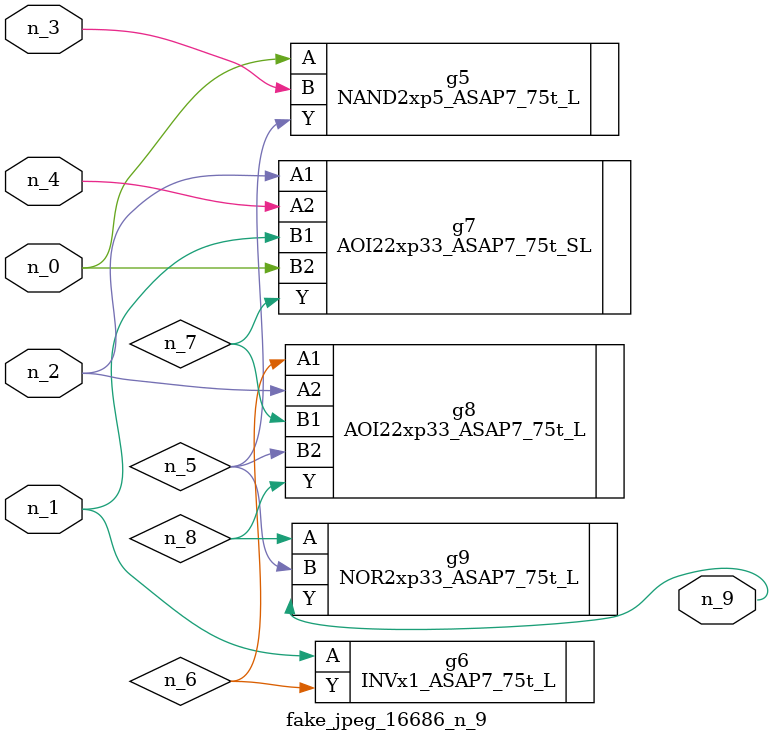
<source format=v>
module fake_jpeg_16686_n_9 (n_3, n_2, n_1, n_0, n_4, n_9);

input n_3;
input n_2;
input n_1;
input n_0;
input n_4;

output n_9;

wire n_8;
wire n_6;
wire n_5;
wire n_7;

NAND2xp5_ASAP7_75t_L g5 ( 
.A(n_0),
.B(n_3),
.Y(n_5)
);

INVx1_ASAP7_75t_L g6 ( 
.A(n_1),
.Y(n_6)
);

AOI22xp33_ASAP7_75t_SL g7 ( 
.A1(n_2),
.A2(n_4),
.B1(n_1),
.B2(n_0),
.Y(n_7)
);

AOI22xp33_ASAP7_75t_L g8 ( 
.A1(n_6),
.A2(n_2),
.B1(n_7),
.B2(n_5),
.Y(n_8)
);

NOR2xp33_ASAP7_75t_L g9 ( 
.A(n_8),
.B(n_5),
.Y(n_9)
);


endmodule
</source>
